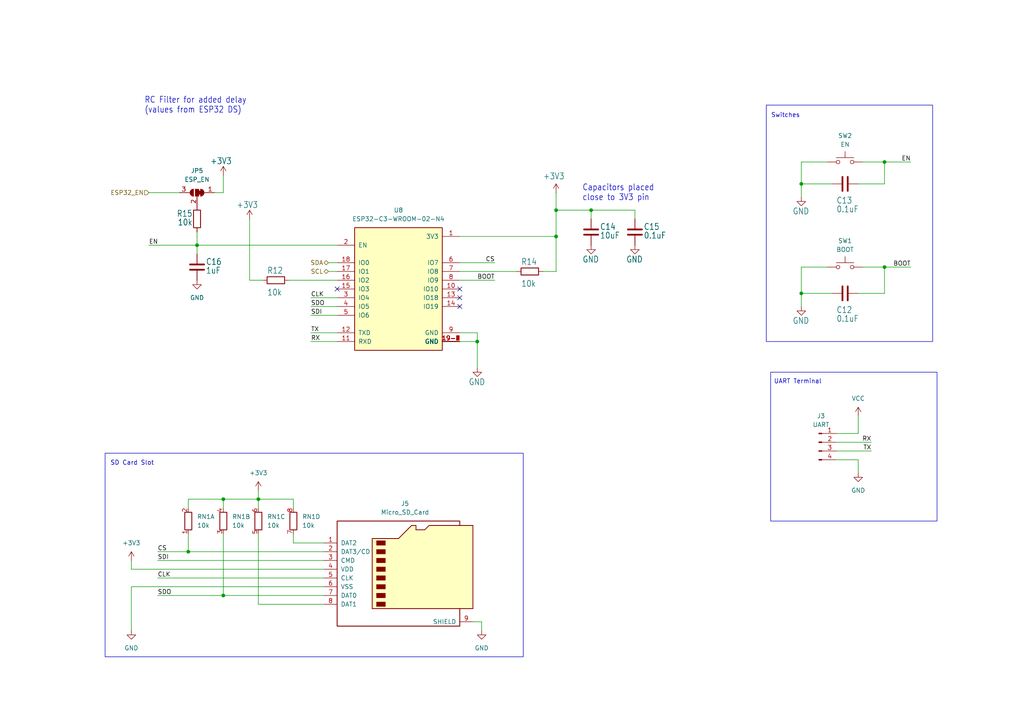
<source format=kicad_sch>
(kicad_sch (version 20231120) (generator "eeschema") (generator_version "8.0")
  (paper "A4")
  (title_block (title "Soil Power Sensor") (date "2024-07-26") (rev "2.2.1") (company "jlab"))
  (lib_symbols
    (symbol "Connector:Conn_01x04_Pin" (pin_names (offset 1.016) hide)
      (property "Reference" "J" (at 0 5.08 0))
      (property "Value" "Conn_01x04_Pin" (at 0 -7.62 0))
      (symbol "Conn_01x04_Pin_1_1"
        (polyline (pts (xy 1.27 -5.08) (xy 0.8636 -5.08)) (stroke (width 0.1524)))
        (polyline (pts (xy 1.27 -2.54) (xy 0.8636 -2.54)) (stroke (width 0.1524)))
        (polyline (pts (xy 1.27 0) (xy 0.8636 0)) (stroke (width 0.1524)))
        (polyline (pts (xy 1.27 2.54) (xy 0.8636 2.54)) (stroke (width 0.1524)))
        (rectangle (start 0.8636 -4.953) (end 0 -5.207) (stroke (width 0.1524)) (fill (type outline)))
        (rectangle (start 0.8636 -2.413) (end 0 -2.667) (stroke (width 0.1524)) (fill (type outline)))
        (rectangle (start 0.8636 0.127) (end 0 -0.127) (stroke (width 0.1524)) (fill (type outline)))
        (rectangle (start 0.8636 2.667) (end 0 2.413) (stroke (width 0.1524)) (fill (type outline)))
        (pin passive line (at 5.08 2.54 180) (length 3.81) (name "Pin_1") (number "1"))
        (pin passive line (at 5.08 0 180) (length 3.81) (name "Pin_2") (number "2"))
        (pin passive line (at 5.08 -2.54 180) (length 3.81) (name "Pin_3") (number "3"))
        (pin passive line (at 5.08 -5.08 180) (length 3.81) (name "Pin_4") (number "4"))
      )
    )
    (symbol "Connector:Micro_SD_Card" (pin_names (offset 1.016))
      (property "Reference" "J" (at -16.51 15.24 0))
      (property "Value" "Micro_SD_Card" (at 16.51 15.24 0))
      (symbol "Micro_SD_Card_0_1"
        (rectangle (start -7.62 -9.525) (end -5.08 -10.795) (fill (type outline)))
        (rectangle (start -7.62 -6.985) (end -5.08 -8.255) (fill (type outline)))
        (rectangle (start -7.62 -4.445) (end -5.08 -5.715) (fill (type outline)))
        (rectangle (start -7.62 -1.905) (end -5.08 -3.175) (fill (type outline)))
        (rectangle (start -7.62 0.635) (end -5.08 -0.635) (fill (type outline)))
        (rectangle (start -7.62 3.175) (end -5.08 1.905) (fill (type outline)))
        (rectangle (start -7.62 5.715) (end -5.08 4.445) (fill (type outline)))
        (rectangle (start -7.62 8.255) (end -5.08 6.985) (fill (type outline)))
        (polyline (pts (xy 16.51 12.7) (xy 16.51 13.97) (xy -19.05 13.97) (xy -19.05 -16.51) (xy 16.51 -16.51) (xy 16.51 -11.43)) (stroke (width 0.254)))
        (polyline (pts (xy -8.89 -11.43) (xy -8.89 8.89) (xy -1.27 8.89) (xy 2.54 12.7) (xy 3.81 12.7) (xy 3.81 11.43) (xy 6.35 11.43) (xy 7.62 12.7) (xy 20.32 12.7) (xy 20.32 -11.43) (xy -8.89 -11.43)) (stroke (width 0.254)) (fill (type background)))
      )
      (symbol "Micro_SD_Card_1_1"
        (pin bidirectional line (at -22.86 7.62 0) (length 3.81) (name "DAT2") (number "1"))
        (pin bidirectional line (at -22.86 5.08 0) (length 3.81) (name "DAT3/CD") (number "2"))
        (pin input line (at -22.86 2.54 0) (length 3.81) (name "CMD") (number "3"))
        (pin power_in line (at -22.86 0 0) (length 3.81) (name "VDD") (number "4"))
        (pin input line (at -22.86 -2.54 0) (length 3.81) (name "CLK") (number "5"))
        (pin power_in line (at -22.86 -5.08 0) (length 3.81) (name "VSS") (number "6"))
        (pin bidirectional line (at -22.86 -7.62 0) (length 3.81) (name "DAT0") (number "7"))
        (pin bidirectional line (at -22.86 -10.16 0) (length 3.81) (name "DAT1") (number "8"))
        (pin passive line (at 20.32 -15.24 180) (length 3.81) (name "SHIELD") (number "9"))
      )
    )
    (symbol "Device:C" (pin_numbers hide) (pin_names (offset 0.254))
      (property "Reference" "C" (at 0.635 2.54 0))
      (property "Value" "C" (at 0.635 -2.54 0))
      (symbol "C_0_1"
        (polyline (pts (xy -2.032 -0.762) (xy 2.032 -0.762)) (stroke (width 0.508)))
        (polyline (pts (xy -2.032 0.762) (xy 2.032 0.762)) (stroke (width 0.508)))
      )
      (symbol "C_1_1"
        (pin passive line (at 0 3.81 270) (length 2.794) (name "~") (number "1"))
        (pin passive line (at 0 -3.81 90) (length 2.794) (name "~") (number "2"))
      )
    )
    (symbol "Device:R" (pin_numbers hide) (pin_names (offset 0))
      (property "Reference" "R" (at 2.032 0 90))
      (property "Value" "R" (at 0 0 90))
      (symbol "R_0_1"
        (rectangle (start -1.016 -2.54) (end 1.016 2.54) (stroke (width 0.254)))
      )
      (symbol "R_1_1"
        (pin passive line (at 0 3.81 270) (length 1.27) (name "~") (number "1"))
        (pin passive line (at 0 -3.81 90) (length 1.27) (name "~") (number "2"))
      )
    )
    (symbol "Device:R_Pack04_SIP_Split" (pin_names (offset 0) hide)
      (property "Reference" "RN" (at 2.032 0 90))
      (property "Value" "R_Pack04_SIP_Split" (at 0 0 90))
      (symbol "R_Pack04_SIP_Split_0_1"
        (rectangle (start 1.016 2.54) (end -1.016 -2.54) (stroke (width 0.254)))
      )
      (symbol "R_Pack04_SIP_Split_1_1"
        (pin passive line (at 0 -3.81 90) (length 1.27) (name "R1.1") (number "1"))
        (pin passive line (at 0 3.81 270) (length 1.27) (name "R1.2") (number "2"))
      )
      (symbol "R_Pack04_SIP_Split_2_1"
        (pin passive line (at 0 -3.81 90) (length 1.27) (name "R2.1") (number "3"))
        (pin passive line (at 0 3.81 270) (length 1.27) (name "R2.2") (number "4"))
      )
      (symbol "R_Pack04_SIP_Split_3_1"
        (pin passive line (at 0 -3.81 90) (length 1.27) (name "R3.1") (number "5"))
        (pin passive line (at 0 3.81 270) (length 1.27) (name "R3.2") (number "6"))
      )
      (symbol "R_Pack04_SIP_Split_4_1"
        (pin passive line (at 0 -3.81 90) (length 1.27) (name "R4.1") (number "7"))
        (pin passive line (at 0 3.81 270) (length 1.27) (name "R4.2") (number "8"))
      )
    )
    (symbol "Jumper:SolderJumper_3_Bridged12" (pin_names (offset 0) hide) (exclude_from_sim yes) (in_bom no)
      (property "Reference" "JP" (at -2.54 -2.54 0))
      (property "Value" "SolderJumper_3_Bridged12" (at 0 2.794 0))
      (symbol "SolderJumper_3_Bridged12_0_1"
        (rectangle (start -1.016 0.508) (end -0.508 -0.508) (fill (type outline)))
        (arc (start -1.016 1.016) (mid -2.0276 0) (end -1.016 -1.016))
        (arc (start -1.016 1.016) (mid -2.0276 0) (end -1.016 -1.016) (fill (type outline)))
        (rectangle (start -0.508 1.016) (end 0.508 -1.016) (fill (type outline)))
        (polyline (pts (xy -2.54 0) (xy -2.032 0)))
        (polyline (pts (xy -1.016 1.016) (xy -1.016 -1.016)))
        (polyline (pts (xy 0 -1.27) (xy 0 -1.016)))
        (polyline (pts (xy 1.016 1.016) (xy 1.016 -1.016)))
        (polyline (pts (xy 2.54 0) (xy 2.032 0)))
        (arc (start 1.016 -1.016) (mid 2.0276 0) (end 1.016 1.016))
        (arc (start 1.016 -1.016) (mid 2.0276 0) (end 1.016 1.016) (fill (type outline)))
      )
      (symbol "SolderJumper_3_Bridged12_1_1"
        (pin passive line (at -5.08 0 0) (length 2.54) (name "A") (number "1"))
        (pin passive line (at 0 -3.81 90) (length 2.54) (name "C") (number "2"))
        (pin passive line (at 5.08 0 180) (length 2.54) (name "B") (number "3"))
      )
    )
    (symbol "Soil Power Sensor-eagle-import:ESP32-C3-WROOM-02-N4" (pin_names (offset 1.016))
      (property "Reference" "U" (at -12.7 21.082 0))
      (property "Value" "ESP32-C3-WROOM-02-N4" (at -13.97 -16.51 0))
      (symbol "ESP32-C3-WROOM-02-N4_0_0"
        (rectangle (start -12.7 20.32) (end 12.7 -15.24) (stroke (width 0.254)) (fill (type background)))
      )
      (symbol "ESP32-C3-WROOM-02-N4_1_0"
        (pin power_in line (at 17.78 17.78 180) (length 5.08) (name "3V3") (number "1"))
        (pin bidirectional line (at 17.78 2.54 180) (length 5.08) (name "IO10") (number "10"))
        (pin bidirectional line (at -17.78 -12.7 0) (length 5.08) (name "RXD") (number "11"))
        (pin bidirectional line (at -17.78 -10.16 0) (length 5.08) (name "TXD") (number "12"))
        (pin bidirectional line (at 17.78 0 180) (length 5.08) (name "IO18") (number "13"))
        (pin bidirectional line (at 17.78 -2.54 180) (length 5.08) (name "IO19") (number "14"))
        (pin bidirectional line (at -17.78 2.54 0) (length 5.08) (name "IO3") (number "15"))
        (pin bidirectional line (at -17.78 5.08 0) (length 5.08) (name "IO2") (number "16"))
        (pin bidirectional line (at -17.78 7.62 0) (length 5.08) (name "IO1") (number "17"))
        (pin bidirectional line (at -17.78 10.16 0) (length 5.08) (name "IO0") (number "18"))
        (pin input line (at -17.78 15.24 0) (length 5.08) (name "EN") (number "2"))
        (pin bidirectional line (at -17.78 0 0) (length 5.08) (name "IO4") (number "3"))
        (pin bidirectional line (at -17.78 -2.54 0) (length 5.08) (name "IO5") (number "4"))
        (pin bidirectional line (at -17.78 -5.08 0) (length 5.08) (name "IO6") (number "5"))
        (pin bidirectional line (at 17.78 10.16 180) (length 5.08) (name "IO7") (number "6"))
        (pin bidirectional line (at 17.78 7.62 180) (length 5.08) (name "IO8") (number "7"))
        (pin bidirectional line (at 17.78 5.08 180) (length 5.08) (name "IO9") (number "8"))
        (pin power_in line (at 17.78 -10.16 180) (length 5.08) (name "GND") (number "9"))
      )
      (symbol "ESP32-C3-WROOM-02-N4_1_1"
        (pin power_out line (at 17.78 -12.7 180) (length 5.08) (name "GND") (number "19-1"))
        (pin power_out line (at 17.78 -12.7 180) (length 5.08) (name "GND") (number "19-2"))
        (pin power_out line (at 17.78 -12.7 180) (length 5.08) (name "GND") (number "19-3"))
        (pin power_out line (at 17.78 -12.7 180) (length 5.08) (name "GND") (number "19-4"))
        (pin power_out line (at 17.78 -12.7 180) (length 5.08) (name "GND") (number "19-5"))
        (pin power_out line (at 17.78 -12.7 180) (length 5.08) (name "GND") (number "19-6"))
        (pin power_out line (at 17.78 -12.7 180) (length 5.08) (name "GND") (number "19-7"))
        (pin power_out line (at 17.78 -12.7 180) (length 5.08) (name "GND") (number "19-8"))
        (pin power_out line (at 17.78 -12.7 180) (length 5.08) (name "GND") (number "19-9"))
      )
    )
    (symbol "Switch:SW_Push" (pin_numbers hide) (pin_names (offset 1.016) hide)
      (property "Reference" "SW" (at 1.27 2.54 0))
      (property "Value" "SW_Push" (at 0 -1.524 0))
      (symbol "SW_Push_0_1"
        (circle (center -2.032 0) (radius 0.508))
        (polyline (pts (xy 0 1.27) (xy 0 3.048)))
        (polyline (pts (xy 2.54 1.27) (xy -2.54 1.27)))
        (circle (center 2.032 0) (radius 0.508))
        (pin passive line (at -5.08 0 0) (length 2.54) (name "1") (number "1"))
        (pin passive line (at 5.08 0 180) (length 2.54) (name "2") (number "2"))
      )
    )
    (symbol "power:+3V3" (power) (pin_numbers hide) (pin_names (offset 0) hide)
      (property "Value" "+3V3" (at 0 3.556 0))
      (symbol "+3V3_0_1"
        (polyline (pts (xy -0.762 1.27) (xy 0 2.54)))
        (polyline (pts (xy 0 0) (xy 0 2.54)))
        (polyline (pts (xy 0 2.54) (xy 0.762 1.27)))
      )
      (symbol "+3V3_1_1"
        (pin power_in line (at 0 0 90) (length 0) (name "~") (number "1"))
      )
    )
    (symbol "power:GND" (power) (pin_numbers hide) (pin_names (offset 0) hide)
      (property "Value" "GND" (at 0 -3.81 0))
      (symbol "GND_0_1"
        (polyline (pts (xy 0 0) (xy 0 -1.27) (xy 1.27 -1.27) (xy 0 -2.54) (xy -1.27 -1.27) (xy 0 -1.27)))
      )
      (symbol "GND_1_1"
        (pin power_in line (at 0 0 270) (length 0) (name "~") (number "1"))
      )
    )
    (symbol "power:VCC" (power) (pin_numbers hide) (pin_names (offset 0) hide)
      (property "Value" "VCC" (at 0 3.556 0))
      (symbol "VCC_0_1"
        (polyline (pts (xy -0.762 1.27) (xy 0 2.54)))
        (polyline (pts (xy 0 0) (xy 0 2.54)))
        (polyline (pts (xy 0 2.54) (xy 0.762 1.27)))
      )
      (symbol "VCC_1_1"
        (pin power_in line (at 0 0 90) (length 0) (name "~") (number "1"))
      )
    )
  )
  (junction (at 64.77 172.72))
  (junction (at 232.41 53.34))
  (junction (at 256.54 46.99))
  (junction (at 64.77 144.78))
  (junction (at 256.54 77.47))
  (junction (at 171.45 60.96))
  (junction (at 232.41 85.09))
  (junction (at 161.29 68.58))
  (junction (at 74.93 144.78))
  (junction (at 138.43 99.06))
  (junction (at 54.61 160.02))
  (junction (at 161.29 60.96))
  (junction (at 57.15 71.12))
  (no_connect (at 133.35 83.82))
  (no_connect (at 133.35 86.36))
  (no_connect (at 97.79 83.82))
  (no_connect (at 133.35 88.9))
  (wire (pts (xy 54.61 154.94) (xy 54.61 160.02)))
  (wire (pts (xy 72.39 81.28) (xy 72.39 63.5)) (stroke (width 0.1524)))
  (wire (pts (xy 54.61 160.02) (xy 93.98 160.02)))
  (wire (pts (xy 139.7 180.34) (xy 139.7 182.88)))
  (wire (pts (xy 38.1 170.18) (xy 38.1 182.88)))
  (wire (pts (xy 64.77 50.8) (xy 64.77 55.88)))
  (wire (pts (xy 57.15 71.12) (xy 97.79 71.12)) (stroke (width 0.1524)))
  (wire (pts (xy 161.29 78.74) (xy 161.29 68.58)) (stroke (width 0.1524)))
  (wire (pts (xy 242.57 128.27) (xy 252.73 128.27)))
  (wire (pts (xy 64.77 144.78) (xy 74.93 144.78)))
  (wire (pts (xy 242.57 133.35) (xy 248.92 133.35)))
  (wire (pts (xy 250.19 77.47) (xy 256.54 77.47)))
  (wire (pts (xy 184.15 63.5) (xy 184.15 60.96)) (stroke (width 0.1524)))
  (wire (pts (xy 133.35 68.58) (xy 161.29 68.58)) (stroke (width 0.1524)))
  (wire (pts (xy 45.72 160.02) (xy 54.61 160.02)))
  (wire (pts (xy 256.54 46.99) (xy 264.16 46.99)))
  (wire (pts (xy 158.75 78.74) (xy 161.29 78.74)) (stroke (width 0.1524)))
  (wire (pts (xy 250.19 46.99) (xy 256.54 46.99)))
  (wire (pts (xy 133.35 96.52) (xy 138.43 96.52)))
  (wire (pts (xy 133.35 99.06) (xy 138.43 99.06)) (stroke (width 0.1524)))
  (wire (pts (xy 57.15 67.31) (xy 57.15 68.58)))
  (wire (pts (xy 93.98 165.1) (xy 38.1 165.1)))
  (wire (pts (xy 90.17 96.52) (xy 97.79 96.52)))
  (wire (pts (xy 93.98 170.18) (xy 38.1 170.18)))
  (wire (pts (xy 54.61 144.78) (xy 64.77 144.78)))
  (wire (pts (xy 38.1 165.1) (xy 38.1 162.56)))
  (wire (pts (xy 64.77 154.94) (xy 64.77 172.72)))
  (wire (pts (xy 248.92 53.34) (xy 256.54 53.34)))
  (wire (pts (xy 171.45 60.96) (xy 161.29 60.96)) (stroke (width 0.1524)))
  (wire (pts (xy 74.93 144.78) (xy 85.09 144.78)))
  (wire (pts (xy 256.54 77.47) (xy 264.16 77.47)))
  (wire (pts (xy 232.41 85.09) (xy 232.41 88.9)))
  (wire (pts (xy 256.54 85.09) (xy 256.54 77.47)))
  (wire (pts (xy 43.18 71.12) (xy 57.15 71.12)) (stroke (width 0.1524)))
  (wire (pts (xy 133.35 78.74) (xy 149.86 78.74)) (stroke (width 0.1524)))
  (wire (pts (xy 90.17 86.36) (xy 97.79 86.36)))
  (wire (pts (xy 85.09 154.94) (xy 85.09 157.48)))
  (wire (pts (xy 232.41 85.09) (xy 241.3 85.09)))
  (wire (pts (xy 43.18 55.88) (xy 52.07 55.88)))
  (wire (pts (xy 45.72 162.56) (xy 93.98 162.56)))
  (wire (pts (xy 57.15 68.58) (xy 57.15 71.12)) (stroke (width 0.1524)))
  (wire (pts (xy 83.82 81.28) (xy 97.79 81.28)) (stroke (width 0.1524)))
  (wire (pts (xy 97.79 78.74) (xy 95.25 78.74)) (stroke (width 0.1524)))
  (wire (pts (xy 248.92 125.73) (xy 248.92 120.65)))
  (wire (pts (xy 45.72 172.72) (xy 64.77 172.72)))
  (wire (pts (xy 232.41 53.34) (xy 241.3 53.34)))
  (wire (pts (xy 72.39 81.28) (xy 76.2 81.28)) (stroke (width 0.1524)))
  (wire (pts (xy 161.29 60.96) (xy 161.29 55.88)) (stroke (width 0.1524)))
  (wire (pts (xy 138.43 99.06) (xy 138.43 106.68)) (stroke (width 0.1524)))
  (wire (pts (xy 242.57 130.81) (xy 252.73 130.81)))
  (wire (pts (xy 232.41 53.34) (xy 232.41 57.15)))
  (wire (pts (xy 74.93 154.94) (xy 74.93 175.26)))
  (wire (pts (xy 64.77 144.78) (xy 64.77 147.32)))
  (wire (pts (xy 45.72 167.64) (xy 93.98 167.64)))
  (wire (pts (xy 97.79 76.2) (xy 95.25 76.2)) (stroke (width 0.1524)))
  (wire (pts (xy 242.57 125.73) (xy 248.92 125.73)))
  (wire (pts (xy 138.43 96.52) (xy 138.43 99.06)))
  (wire (pts (xy 248.92 137.16) (xy 248.92 133.35)))
  (wire (pts (xy 74.93 175.26) (xy 93.98 175.26)))
  (wire (pts (xy 248.92 85.09) (xy 256.54 85.09)))
  (wire (pts (xy 137.16 180.34) (xy 139.7 180.34)))
  (wire (pts (xy 256.54 53.34) (xy 256.54 46.99)))
  (wire (pts (xy 171.45 60.96) (xy 184.15 60.96)) (stroke (width 0.1524)))
  (wire (pts (xy 232.41 53.34) (xy 232.41 46.99)))
  (wire (pts (xy 57.15 73.66) (xy 57.15 71.12)) (stroke (width 0.1524)))
  (wire (pts (xy 64.77 55.88) (xy 62.23 55.88)))
  (wire (pts (xy 85.09 157.48) (xy 93.98 157.48)))
  (wire (pts (xy 161.29 68.58) (xy 161.29 60.96)) (stroke (width 0.1524)))
  (wire (pts (xy 54.61 147.32) (xy 54.61 144.78)))
  (wire (pts (xy 133.35 76.2) (xy 143.51 76.2)))
  (wire (pts (xy 171.45 63.5) (xy 171.45 60.96)) (stroke (width 0.1524)))
  (wire (pts (xy 74.93 147.32) (xy 74.93 144.78)))
  (wire (pts (xy 64.77 172.72) (xy 93.98 172.72)))
  (wire (pts (xy 90.17 99.06) (xy 97.79 99.06)))
  (wire (pts (xy 85.09 147.32) (xy 85.09 144.78)))
  (wire (pts (xy 157.48 78.74) (xy 158.75 78.74)))
  (wire (pts (xy 232.41 77.47) (xy 240.03 77.47)))
  (wire (pts (xy 90.17 88.9) (xy 97.79 88.9)))
  (wire (pts (xy 232.41 46.99) (xy 240.03 46.99)))
  (wire (pts (xy 232.41 85.09) (xy 232.41 77.47)))
  (wire (pts (xy 90.17 91.44) (xy 97.79 91.44)))
  (wire (pts (xy 143.51 81.28) (xy 133.35 81.28)) (stroke (width 0.1524)))
  (wire (pts (xy 74.93 142.24) (xy 74.93 144.78)))
  (rectangle (start 223.52 107.95) (end 271.78 151.13))
  (rectangle (start 30.48 131.445) (end 151.765 190.5))
  (rectangle (start 222.25 30.48) (end 270.51 99.06))
  (text "Switches" (at 227.838 33.528 0) (effects (font (size 1.27 1.27))))
  (text "RC Filter for added delay\n(values from ESP32 DS)" (at 41.91 33.02 0) (effects (font (size 1.778 1.5113)) (justify left bottom)))
  (text "Capacitors placed\nclose to 3V3 pin" (at 168.91 58.42 0) (effects (font (size 1.778 1.5113)) (justify left bottom)))
  (text "UART Terminal\n" (at 231.394 110.744 0) (effects (font (size 1.27 1.27))))
  (text "SD Card Slot" (at 38.354 134.366 0) (effects (font (size 1.27 1.27))))
  (label "CS" (at 45.72 160.02 0))
  (label "SDI" (at 90.17 91.44 0))
  (label "RX" (at 252.73 128.27 180))
  (label "EN" (at 264.16 46.99 180))
  (label "CLK" (at 45.72 167.64 0))
  (label "CS" (at 143.51 76.2 180))
  (label "SDO" (at 45.72 172.72 0))
  (label "EN" (at 43.18 71.12 0))
  (label "SDI" (at 45.72 162.56 0))
  (label "TX" (at 90.17 96.52 0))
  (label "SDO" (at 90.17 88.9 0))
  (label "BOOT" (at 143.51 81.28 180))
  (label "BOOT" (at 264.16 77.47 180))
  (label "CLK" (at 90.17 86.36 0))
  (label "TX" (at 252.73 130.81 180))
  (label "RX" (at 90.17 99.06 0))
  (hierarchical_label "SDA" (shape bidirectional) (at 95.25 76.2 180))
  (hierarchical_label "ESP32_EN" (shape input) (at 43.18 55.88 180))
  (hierarchical_label "SCL" (shape bidirectional) (at 95.25 78.74 180))
  (symbol (lib_id "power:GND") (at 184.15 71.12 0) (unit 1)
    (property "Reference" "#GND024" (effects (hide yes)))
    (property "Value" "GND" (at 181.61 76.2 0) (effects (font (size 1.778 1.5113)) (justify left bottom)))
    (property "Description" "Power symbol creates a global label with name \"GND\" , ground" (effects (hide yes)))
  )
  (symbol (lib_id "Device:R") (at 80.01 81.28 270) (unit 1)
    (property "Reference" "R12" (at 77.47 77.47 90) (effects (font (size 1.778 1.5113)) (justify left top)))
    (property "Value" "10k" (at 77.47 83.82 90) (effects (font (size 1.778 1.5113)) (justify left top)))
    (property "Footprint" "Resistor_SMD:R_0603_1608Metric" (effects (hide yes)))
    (property "Description" "Resistor" (effects (hide yes)))
    (property "MPN" "RC0603FR-0710KL" (effects (hide yes)))
  )
  (symbol (lib_id "power:GND") (at 138.43 106.68 0) (unit 1)
    (property "Reference" "#GND022" (effects (hide yes)))
    (property "Value" "GND" (at 135.89 111.76 0) (effects (font (size 1.778 1.5113)) (justify left bottom)))
    (property "Description" "Power symbol creates a global label with name \"GND\" , ground" (effects (hide yes)))
  )
  (symbol (lib_id "power:+3V3") (at 161.29 55.88 0) (unit 1)
    (property "Reference" "#+3V011" (effects (hide yes)))
    (property "Value" "+3V3" (at 157.48 52.07 0) (effects (font (size 1.778 1.5113)) (justify left bottom)))
    (property "Description" "Power symbol creates a global label with name \"+3V3\"" (effects (hide yes)))
  )
  (symbol (lib_id "power:GND") (at 38.1 182.88 0) (unit 1)
    (property "Reference" "#PWR026" (effects (hide yes)))
    (property "Value" "GND" (at 38.1 187.96 0))
    (property "Description" "Power symbol creates a global label with name \"GND\" , ground" (effects (hide yes)))
  )
  (symbol (lib_id "Device:C") (at 245.11 85.09 270) (unit 1)
    (property "Reference" "C12" (at 242.57 88.9 90) (effects (font (size 1.778 1.5113)) (justify left top)))
    (property "Value" "0.1uF" (at 242.57 91.44 90) (effects (font (size 1.778 1.5113)) (justify left top)))
    (property "Footprint" "Capacitor_SMD:C_0603_1608Metric" (effects (hide yes)))
    (property "Description" "Unpolarized capacitor" (effects (hide yes)))
    (property "MPN" "CC0603KPX7R7BB104" (effects (hide yes)))
  )
  (symbol (lib_id "Device:R_Pack04_SIP_Split") (at 74.93 151.13 0) (unit 3)
    (property "Reference" "RN1" (at 77.47 149.8599 0) (effects (justify left)))
    (property "Value" "10k" (at 77.47 152.3999 0) (effects (justify left)))
    (property "Footprint" "Resistor_SMD:R_Array_Convex_4x1206" (effects (hide yes)))
    (property "Datasheet" "http://www.vishay.com/docs/31509/csc.pdf" (effects (hide yes)))
    (property "Description" "4 resistor network, parallel topology, SIP package, split" (effects (hide yes)))
    (property "MPN" "YC164-JR-1310KL" (effects (hide yes)))
  )
  (symbol (lib_id "Connector:Conn_01x04_Pin") (at 237.49 128.27 0) (unit 1) (in_bom no)
    (property "Reference" "J3" (at 238.125 120.65 0))
    (property "Value" "UART" (at 238.125 123.19 0))
    (property "Footprint" "Connector_PinHeader_2.54mm:PinHeader_1x04_P2.54mm_Vertical" (effects (hide yes)))
    (property "Description" "Generic connector, single row, 01x04, script generated" (effects (hide yes)))
  )
  (symbol (lib_id "power:VCC") (at 248.92 120.65 0) (unit 1)
    (property "Reference" "#PWR018" (effects (hide yes)))
    (property "Value" "VCC" (at 248.92 115.57 0))
    (property "Description" "Power symbol creates a global label with name \"VCC\"" (effects (hide yes)))
  )
  (symbol (lib_id "power:GND") (at 57.15 81.28 0) (unit 1)
    (property "Reference" "#PWR015" (effects (hide yes)))
    (property "Value" "GND" (at 57.15 86.36 0))
    (property "Description" "Power symbol creates a global label with name \"GND\" , ground" (effects (hide yes)))
  )
  (symbol (lib_id "Device:C") (at 57.15 77.47 0) (unit 1)
    (property "Reference" "C16" (at 59.69 74.93 0) (effects (font (size 1.778 1.5113)) (justify left top)))
    (property "Value" "1uF" (at 59.69 77.47 0) (effects (font (size 1.778 1.5113)) (justify left top)))
    (property "Footprint" "Capacitor_SMD:C_0603_1608Metric" (effects (hide yes)))
    (property "Description" "Unpolarized capacitor" (effects (hide yes)))
    (property "MPN" "CC0603KRX5R7BB105" (effects (hide yes)))
  )
  (symbol (lib_id "Device:R_Pack04_SIP_Split") (at 85.09 151.13 0) (unit 4)
    (property "Reference" "RN1" (at 87.63 149.8599 0) (effects (justify left)))
    (property "Value" "10k" (at 87.63 152.3999 0) (effects (justify left)))
    (property "Footprint" "Resistor_SMD:R_Array_Convex_4x1206" (effects (hide yes)))
    (property "Datasheet" "http://www.vishay.com/docs/31509/csc.pdf" (effects (hide yes)))
    (property "Description" "4 resistor network, parallel topology, SIP package, split" (effects (hide yes)))
    (property "MPN" "YC164-JR-1310KL" (effects (hide yes)))
  )
  (symbol (lib_id "power:GND") (at 232.41 57.15 0) (unit 1)
    (property "Reference" "#GND026" (effects (hide yes)))
    (property "Value" "GND" (at 229.87 62.23 0) (effects (font (size 1.778 1.5113)) (justify left bottom)))
    (property "Description" "Power symbol creates a global label with name \"GND\" , ground" (effects (hide yes)))
  )
  (symbol (lib_id "Switch:SW_Push") (at 245.11 77.47 0) (unit 1) (in_bom no)
    (property "Reference" "SW1" (at 245.11 69.85 0))
    (property "Value" "BOOT" (at 245.11 72.39 0))
    (property "Footprint" "Button_Switch_SMD:SW_Push_1P1T_NO_CK_KSC7xxJ" (effects (hide yes)))
    (property "Description" "Push button switch, generic, two pins" (effects (hide yes)))
  )
  (symbol (lib_id "power:GND") (at 232.41 88.9 0) (unit 1)
    (property "Reference" "#GND027" (effects (hide yes)))
    (property "Value" "GND" (at 229.87 93.98 0) (effects (font (size 1.778 1.5113)) (justify left bottom)))
    (property "Description" "Power symbol creates a global label with name \"GND\" , ground" (effects (hide yes)))
  )
  (symbol (lib_id "Device:R") (at 153.67 78.74 90) (unit 1)
    (property "Reference" "R14" (at 151.13 74.93 90) (effects (font (size 1.778 1.5113)) (justify right bottom)))
    (property "Value" "10k" (at 151.13 81.28 90) (effects (font (size 1.778 1.5113)) (justify right bottom)))
    (property "Footprint" "Resistor_SMD:R_0603_1608Metric" (effects (hide yes)))
    (property "Description" "Resistor" (effects (hide yes)))
    (property "MPN" "RC0603FR-0710KL" (effects (hide yes)))
  )
  (symbol (lib_id "power:GND") (at 248.92 137.16 0) (unit 1)
    (property "Reference" "#PWR019" (effects (hide yes)))
    (property "Value" "GND" (at 248.92 142.24 0))
    (property "Description" "Power symbol creates a global label with name \"GND\" , ground" (effects (hide yes)))
  )
  (symbol (lib_id "power:GND") (at 139.7 182.88 0) (unit 1)
    (property "Reference" "#PWR028" (effects (hide yes)))
    (property "Value" "GND" (at 139.7 187.96 0))
    (property "Description" "Power symbol creates a global label with name \"GND\" , ground" (effects (hide yes)))
  )
  (symbol (lib_id "Device:C") (at 171.45 67.31 0) (unit 1)
    (property "Reference" "C14" (at 173.99 64.77 0) (effects (font (size 1.778 1.5113)) (justify left top)))
    (property "Value" "10uF" (at 173.99 67.31 0) (effects (font (size 1.778 1.5113)) (justify left top)))
    (property "Footprint" "Capacitor_SMD:C_0603_1608Metric" (effects (hide yes)))
    (property "Description" "Unpolarized capacitor" (effects (hide yes)))
    (property "MPN" "CC0603KRX5R5BB106" (effects (hide yes)))
  )
  (symbol (lib_id "power:+3V3") (at 74.93 142.24 0) (unit 1)
    (property "Reference" "#PWR034" (effects (hide yes)))
    (property "Value" "+3V3" (at 74.93 137.16 0))
    (property "Description" "Power symbol creates a global label with name \"+3V3\"" (effects (hide yes)))
  )
  (symbol (lib_id "Connector:Micro_SD_Card") (at 116.84 165.1 0) (unit 1)
    (property "Reference" "J5" (at 117.475 146.05 0))
    (property "Value" "Micro_SD_Card" (at 117.475 148.59 0))
    (property "Footprint" "Connector_Card:microSD_HC_Molex_47219-2001" (effects (hide yes)))
    (property "Datasheet" "http://katalog.we-online.de/em/datasheet/693072010801.pdf" (effects (hide yes)))
    (property "Description" "Micro SD Card Socket" (effects (hide yes)))
    (property "MPN" "0472192001" (effects (hide yes)))
    (property "MFC" "Molex" (effects (hide yes)))
  )
  (symbol (lib_id "power:GND") (at 171.45 71.12 0) (unit 1)
    (property "Reference" "#GND023" (effects (hide yes)))
    (property "Value" "GND" (at 168.91 76.2 0) (effects (font (size 1.778 1.5113)) (justify left bottom)))
    (property "Description" "Power symbol creates a global label with name \"GND\" , ground" (effects (hide yes)))
  )
  (symbol (lib_id "power:+3V3") (at 72.39 63.5 0) (unit 1)
    (property "Reference" "#+3V010" (effects (hide yes)))
    (property "Value" "+3V3" (at 68.58 58.42 0) (effects (font (size 1.778 1.5113)) (justify left top)))
    (property "Description" "Power symbol creates a global label with name \"+3V3\"" (effects (hide yes)))
  )
  (symbol (lib_id "Device:R") (at 57.15 63.5 0) (unit 1)
    (property "Reference" "R15" (at 55.88 60.96 0) (effects (font (size 1.778 1.5113)) (justify right top)))
    (property "Value" "10k" (at 55.88 63.5 0) (effects (font (size 1.778 1.5113)) (justify right top)))
    (property "Footprint" "Resistor_SMD:R_0603_1608Metric" (effects (hide yes)))
    (property "Description" "Resistor" (effects (hide yes)))
    (property "MPN" "RC0603FR-0710KL" (effects (hide yes)))
  )
  (symbol (lib_id "Device:R_Pack04_SIP_Split") (at 54.61 151.13 0) (unit 1)
    (property "Reference" "RN1" (at 57.15 149.8599 0) (effects (justify left)))
    (property "Value" "10k" (at 57.15 152.3999 0) (effects (justify left)))
    (property "Footprint" "Resistor_SMD:R_Array_Convex_4x1206" (effects (hide yes)))
    (property "Datasheet" "http://www.vishay.com/docs/31509/csc.pdf" (effects (hide yes)))
    (property "Description" "4 resistor network, parallel topology, SIP package, split" (effects (hide yes)))
    (property "MPN" "YC164-JR-1310KL" (effects (hide yes)))
  )
  (symbol (lib_id "Switch:SW_Push") (at 245.11 46.99 0) (unit 1) (in_bom no)
    (property "Reference" "SW2" (at 245.11 39.37 0))
    (property "Value" "EN" (at 245.11 41.91 0))
    (property "Footprint" "Button_Switch_SMD:SW_Push_1P1T_NO_CK_KSC7xxJ" (effects (hide yes)))
    (property "Description" "Push button switch, generic, two pins" (effects (hide yes)))
  )
  (symbol (lib_id "Soil Power Sensor-eagle-import:ESP32-C3-WROOM-02-N4") (at 115.57 86.36 0) (unit 1)
    (property "Reference" "U8" (at 115.57 60.96 0))
    (property "Value" "ESP32-C3-WROOM-02-N4" (at 115.57 63.5 0))
    (property "Footprint" "Soil Power Sensor:MODULE_ESP32-C3-WROOM-02-N4" (effects (hide yes)))
    (property "Datasheet" "https://www.espressif.com/sites/default/files/documentation/esp32-c3-wroom-02_datasheet_en.pdf" (effects (hide yes)))
    (property "Description" "WiFi Modules (802.11) (Engineering Samples) SMD module, ESP32-C3, 4MB SPI flash, PCB antenna, -40 C +105 C" (effects (hide yes)))
    (property "MFC" "Espressif Systems" (effects (hide yes)))
    (property "MPN" "ESP32-C3-WROOM-02-H4" (effects (hide yes)))
    (property "AUTHOR" "SnapEDA" (effects (hide yes)))
    (property "DATE_CREATED" "2024-03-07" (effects (hide yes)))
    (property "DATE_MODIFIED" "2024-03-07" (effects (hide yes)))
  )
  (symbol (lib_id "Device:C") (at 184.15 67.31 0) (unit 1)
    (property "Reference" "C15" (at 186.69 64.77 0) (effects (font (size 1.778 1.5113)) (justify left top)))
    (property "Value" "0.1uF" (at 186.69 67.31 0) (effects (font (size 1.778 1.5113)) (justify left top)))
    (property "Footprint" "Capacitor_SMD:C_0603_1608Metric" (effects (hide yes)))
    (property "Description" "Unpolarized capacitor" (effects (hide yes)))
    (property "MPN" "CC0603KPX7R7BB104" (effects (hide yes)))
  )
  (symbol (lib_id "power:+3V3") (at 64.77 50.8 0) (unit 1)
    (property "Reference" "#+3V09" (effects (hide yes)))
    (property "Value" "+3V3" (at 60.96 45.72 0) (effects (font (size 1.778 1.5113)) (justify left top)))
    (property "Description" "Power symbol creates a global label with name \"+3V3\"" (effects (hide yes)))
  )
  (symbol (lib_id "Jumper:SolderJumper_3_Bridged12") (at 57.15 55.88 0) (mirror y) (unit 1) (in_bom no)
    (property "Reference" "JP5" (at 57.15 49.53 0))
    (property "Value" "ESP_EN" (at 57.15 52.07 0))
    (property "Footprint" "Jumper:SolderJumper-3_P1.3mm_Open_Pad1.0x1.5mm" (effects (hide yes)))
    (property "Description" "3-pole Solder Jumper, pins 1+2 closed/bridged" (effects (hide yes)))
  )
  (symbol (lib_id "power:+3V3") (at 38.1 162.56 0) (unit 1)
    (property "Reference" "#PWR027" (effects (hide yes)))
    (property "Value" "+3V3" (at 38.1 157.48 0))
    (property "Description" "Power symbol creates a global label with name \"+3V3\"" (effects (hide yes)))
  )
  (symbol (lib_id "Device:C") (at 245.11 53.34 270) (unit 1)
    (property "Reference" "C13" (at 242.57 57.15 90) (effects (font (size 1.778 1.5113)) (justify left top)))
    (property "Value" "0.1uF" (at 242.57 59.69 90) (effects (font (size 1.778 1.5113)) (justify left top)))
    (property "Footprint" "Capacitor_SMD:C_0603_1608Metric" (effects (hide yes)))
    (property "Description" "Unpolarized capacitor" (effects (hide yes)))
    (property "MPN" "CC0603KPX7R7BB104" (effects (hide yes)))
  )
  (symbol (lib_id "Device:R_Pack04_SIP_Split") (at 64.77 151.13 0) (unit 2)
    (property "Reference" "RN1" (at 67.31 149.8599 0) (effects (justify left)))
    (property "Value" "10k" (at 67.31 152.3999 0) (effects (justify left)))
    (property "Footprint" "Resistor_SMD:R_Array_Convex_4x1206" (effects (hide yes)))
    (property "Datasheet" "http://www.vishay.com/docs/31509/csc.pdf" (effects (hide yes)))
    (property "Description" "4 resistor network, parallel topology, SIP package, split" (effects (hide yes)))
    (property "MPN" "YC164-JR-1310KL" (effects (hide yes)))
  )
)
</source>
